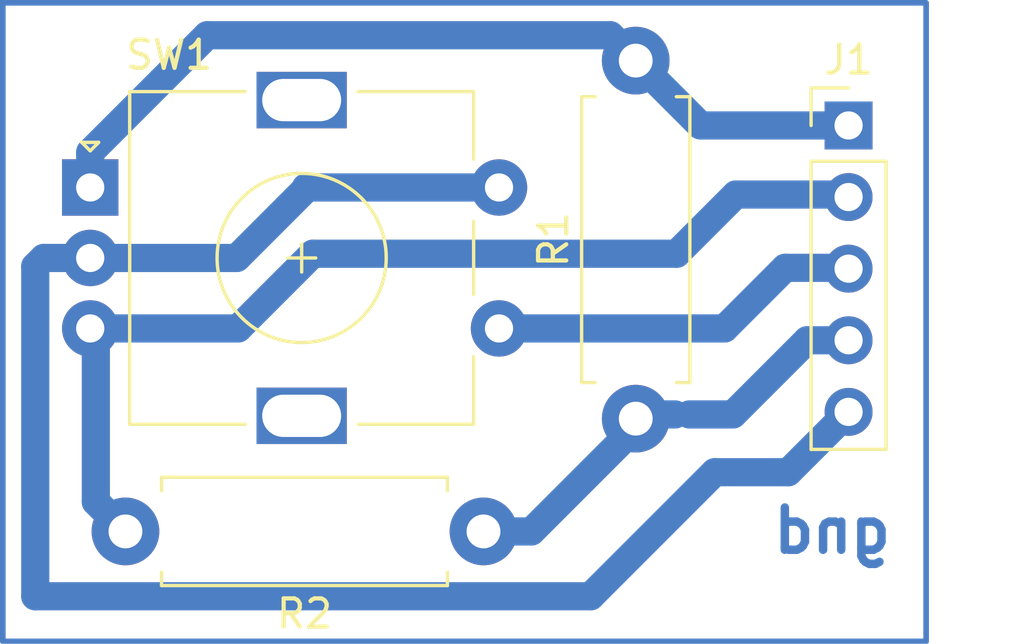
<source format=kicad_pcb>
(kicad_pcb (version 20221018) (generator pcbnew)
  (layers (0 "F.Cu" signal) (31 "B.Cu" signal) (34 "B.Paste" user) (35 "F.Paste" user) (36 "B.SilkS" user "B.Silkscreen") (37 "F.SilkS" user "F.Silkscreen") (38 "B.Mask" user) (39 "F.Mask" user) (44 "Edge.Cuts" user))
  (net 0 "")
  (net 1 "/VCC")
  (net 2 "/CLK")
  (net 3 "/DT")
  (net 4 "/SW")
  (net 5 "/GND")
  (footprint "Rotary_Encoder:RotaryEncoder_Alps_EC11E-Switch_Vertical_H20mm" (layer "F.Cu") (at 143.35 58.1)
    (fp_text reference "SW1" (at 2.8 -4.7) (layer "F.SilkS"))
    (fp_text value "RotaryEncoder_Switch")
    (fp_line (start -0.3 -1.6) (end 0.3 -1.6) (stroke (width 0.12)) (layer "F.SilkS"))
    (fp_line (start 0 -1.3) (end -0.3 -1.6) (stroke (width 0.12)) (layer "F.SilkS"))
    (fp_line (start 0.3 -1.6) (end 0 -1.3) (stroke (width 0.12)) (layer "F.SilkS"))
    (fp_line (start 1.4 -3.4) (end 1.4 8.4) (stroke (width 0.12)) (layer "F.SilkS"))
    (fp_line (start 5.5 -3.4) (end 1.4 -3.4) (stroke (width 0.12)) (layer "F.SilkS"))
    (fp_line (start 5.5 8.4) (end 1.4 8.4) (stroke (width 0.12)) (layer "F.SilkS"))
    (fp_line (start 7 2.5) (end 8 2.5) (stroke (width 0.12)) (layer "F.SilkS"))
    (fp_line (start 7.5 2) (end 7.5 3) (stroke (width 0.12)) (layer "F.SilkS"))
    (fp_line (start 9.5 -3.4) (end 13.6 -3.4) (stroke (width 0.12)) (layer "F.SilkS"))
    (fp_line (start 13.6 -3.4) (end 13.6 -1) (stroke (width 0.12)) (layer "F.SilkS"))
    (fp_line (start 13.6 1.2) (end 13.6 3.8) (stroke (width 0.12)) (layer "F.SilkS"))
    (fp_line (start 13.6 6) (end 13.6 8.4) (stroke (width 0.12)) (layer "F.SilkS"))
    (fp_line (start 13.6 8.4) (end 9.5 8.4) (stroke (width 0.12)) (layer "F.SilkS"))
    (fp_circle (center 7.5 2.5) (end 10.5 2.5) (stroke (width 0.12)) (fill none) (layer "F.SilkS"))
    (pad "A" thru_hole rect (at 0 0) (size 2 2) (drill 1) (layers "*.Cu" "*.Mask") (net 2 "/CLK"))
    (pad "B" thru_hole circle (at 0 5) (size 2 2) (drill 1) (layers "*.Cu" "*.Mask") (net 3 "/DT"))
    (pad "C" thru_hole circle (at 0 2.5) (size 2 2) (drill 1) (layers "*.Cu" "*.Mask") (net 5 "/GND"))
    (pad "MP" thru_hole rect (at 7.5 -3.1) (size 3.2 2) (drill oval 2.8 1.5) (layers "*.Cu" "*.Mask"))
    (pad "MP" thru_hole rect (at 7.5 8.1) (size 3.2 2) (drill oval 2.8 1.5) (layers "*.Cu" "*.Mask"))
    (pad "S1" thru_hole circle (at 14.5 5) (size 2 2) (drill 1) (layers "*.Cu" "*.Mask") (net 4 "/SW"))
    (pad "S2" thru_hole circle (at 14.5 0) (size 2 2) (drill 1) (layers "*.Cu" "*.Mask") (net 5 "/GND"))
  )
  (footprint "Resistor_THT:R_Axial_DIN0411_L9.9mm_D3.6mm_P12.70mm_Horizontal" (layer "F.Cu") (at 157.3 70.3 180)
    (fp_text reference "R2" (at 6.35 -2.92) (layer "F.SilkS"))
    (fp_text value "R")
    (fp_line (start 1.28 -1.92) (end 11.42 -1.92) (stroke (width 0.12)) (layer "F.SilkS"))
    (fp_line (start 1.28 -1.44) (end 1.28 -1.92) (stroke (width 0.12)) (layer "F.SilkS"))
    (fp_line (start 1.28 1.44) (end 1.28 1.92) (stroke (width 0.12)) (layer "F.SilkS"))
    (fp_line (start 1.28 1.92) (end 11.42 1.92) (stroke (width 0.12)) (layer "F.SilkS"))
    (fp_line (start 11.42 -1.92) (end 11.42 -1.44) (stroke (width 0.12)) (layer "F.SilkS"))
    (fp_line (start 11.42 1.92) (end 11.42 1.44) (stroke (width 0.12)) (layer "F.SilkS"))
    (pad "1" thru_hole circle (at 0 0 180) (size 2.4 2.4) (drill 1.2) (layers "*.Cu" "*.Mask") (net 1 "/VCC"))
    (pad "2" thru_hole oval (at 12.7 0 180) (size 2.4 2.4) (drill 1.2) (layers "*.Cu" "*.Mask") (net 3 "/DT"))
  )
  (footprint "Resistor_THT:R_Axial_DIN0411_L9.9mm_D3.6mm_P12.70mm_Horizontal" (layer "F.Cu") (at 162.7 66.3 90)
    (fp_text reference "R1" (at 6.35 -2.92 90) (layer "F.SilkS"))
    (fp_text value "R")
    (fp_line (start 1.28 -1.92) (end 11.42 -1.92) (stroke (width 0.12)) (layer "F.SilkS"))
    (fp_line (start 1.28 -1.44) (end 1.28 -1.92) (stroke (width 0.12)) (layer "F.SilkS"))
    (fp_line (start 1.28 1.44) (end 1.28 1.92) (stroke (width 0.12)) (layer "F.SilkS"))
    (fp_line (start 1.28 1.92) (end 11.42 1.92) (stroke (width 0.12)) (layer "F.SilkS"))
    (fp_line (start 11.42 -1.92) (end 11.42 -1.44) (stroke (width 0.12)) (layer "F.SilkS"))
    (fp_line (start 11.42 1.92) (end 11.42 1.44) (stroke (width 0.12)) (layer "F.SilkS"))
    (pad "1" thru_hole circle (at 0 0 90) (size 2.4 2.4) (drill 1.2) (layers "*.Cu" "*.Mask") (net 1 "/VCC"))
    (pad "2" thru_hole oval (at 12.7 0 90) (size 2.4 2.4) (drill 1.2) (layers "*.Cu" "*.Mask") (net 2 "/CLK"))
  )
  (footprint "Connector_PinHeader_2.54mm:PinHeader_1x05_P2.54mm_Vertical" (layer "F.Cu") (at 170.25 55.9)
    (fp_text reference "J1" (at 0 -2.33) (layer "F.SilkS"))
    (fp_text value "Conn_01x05_Pin")
    (fp_line (start -1.33 -1.33) (end 0 -1.33) (stroke (width 0.12)) (layer "F.SilkS"))
    (fp_line (start -1.33 0) (end -1.33 -1.33) (stroke (width 0.12)) (layer "F.SilkS"))
    (fp_line (start -1.33 1.27) (end -1.33 11.49) (stroke (width 0.12)) (layer "F.SilkS"))
    (fp_line (start -1.33 1.27) (end 1.33 1.27) (stroke (width 0.12)) (layer "F.SilkS"))
    (fp_line (start -1.33 11.49) (end 1.33 11.49) (stroke (width 0.12)) (layer "F.SilkS"))
    (fp_line (start 1.33 1.27) (end 1.33 11.49) (stroke (width 0.12)) (layer "F.SilkS"))
    (pad "1" thru_hole rect (at 0 0) (size 1.7 1.7) (drill 1) (layers "*.Cu" "*.Mask") (net 2 "/CLK"))
    (pad "2" thru_hole oval (at 0 2.54) (size 1.7 1.7) (drill 1) (layers "*.Cu" "*.Mask") (net 3 "/DT"))
    (pad "3" thru_hole oval (at 0 5.08) (size 1.7 1.7) (drill 1) (layers "*.Cu" "*.Mask") (net 4 "/SW"))
    (pad "4" thru_hole oval (at 0 7.62) (size 1.7 1.7) (drill 1) (layers "*.Cu" "*.Mask") (net 1 "/VCC"))
    (pad "5" thru_hole oval (at 0 10.16) (size 1.7 1.7) (drill 1) (layers "*.Cu" "*.Mask") (net 5 "/GND"))
  )
  (gr_rect (start 140.25 51.55) (end 173 74.2) (stroke (width 0.2)) (fill none) (layer "B.Cu"))
  (gr_text "gnd" (at 171.9 71.15) (layer "B.Cu") (effects (font (size 1.5 1.5) (thickness 0.3) bold) (justify left bottom mirror)))
  (segment (start 164.597056 66.15) (end 166.15 66.15) (width 1) (layer "B.Cu") (net 1))
  (segment (start 163.15 66.15) (end 164.1 66.15) (width 1) (layer "B.Cu") (net 1))
  (segment (start 159 70.3) (end 163.15 66.15) (width 1) (layer "B.Cu") (net 1))
  (segment (start 157.3 70.3) (end 159 70.3) (width 1) (layer "B.Cu") (net 1))
  (segment (start 166.15 66.15) (end 168.78 63.52) (width 1) (layer "B.Cu") (net 1))
  (segment (start 168.78 63.52) (end 170.25 63.52) (width 1) (layer "B.Cu") (net 1))
  (segment (start 143.35 56.85) (end 147.5 52.7) (width 1) (layer "B.Cu") (net 2))
  (segment (start 143.35 58.1) (end 143.35 56.85) (width 1) (layer "B.Cu") (net 2))
  (segment (start 165 55.9) (end 170.25 55.9) (width 1) (layer "B.Cu") (net 2))
  (segment (start 147.5 52.7) (end 161.8 52.7) (width 1) (layer "B.Cu") (net 2))
  (segment (start 161.8 52.7) (end 162.7 53.6) (width 1) (layer "B.Cu") (net 2))
  (segment (start 162.7 53.6) (end 165 55.9) (width 1) (layer "B.Cu") (net 2))
  (segment (start 166.25 58.35) (end 170.16 58.35) (width 1) (layer "B.Cu") (net 3))
  (segment (start 143.35 63.1) (end 148.597056 63.1) (width 1) (layer "B.Cu") (net 3))
  (segment (start 144.6 70.3) (end 143.55 69.25) (width 1) (layer "B.Cu") (net 3))
  (segment (start 148.597056 63.1) (end 151.247056 60.45) (width 1) (layer "B.Cu") (net 3))
  (segment (start 143.55 69.25) (end 143.55 63.3) (width 1) (layer "B.Cu") (net 3))
  (segment (start 151.247056 60.45) (end 164.15 60.45) (width 1) (layer "B.Cu") (net 3))
  (segment (start 164.15 60.45) (end 166.25 58.35) (width 1) (layer "B.Cu") (net 3))
  (segment (start 170.16 58.35) (end 170.25 58.44) (width 1) (layer "B.Cu") (net 3))
  (segment (start 143.55 63.3) (end 143.35 63.1) (width 1) (layer "B.Cu") (net 3))
  (segment (start 168 60.95) (end 170.22 60.95) (width 1) (layer "B.Cu") (net 4))
  (segment (start 165.85 63.1) (end 168 60.95) (width 1) (layer "B.Cu") (net 4))
  (segment (start 170.22 60.95) (end 170.25 60.98) (width 1) (layer "B.Cu") (net 4))
  (segment (start 157.85 63.1) (end 165.85 63.1) (width 1) (layer "B.Cu") (net 4))
  (segment (start 161.1 72.6) (end 165.5 68.2) (width 1) (layer "B.Cu") (net 5))
  (segment (start 141.7 60.6) (end 141.4 60.9) (width 1) (layer "B.Cu") (net 5))
  (segment (start 141.4 72.6) (end 161.1 72.6) (width 1) (layer "B.Cu") (net 5))
  (segment (start 157.85 58.1) (end 151 58.1) (width 1) (layer "B.Cu") (net 5))
  (segment (start 151 58.15) (end 148.55 60.6) (width 1) (layer "B.Cu") (net 5))
  (segment (start 141.4 60.9) (end 141.4 72.6) (width 1) (layer "B.Cu") (net 5))
  (segment (start 165.5 68.2) (end 168.11 68.2) (width 1) (layer "B.Cu") (net 5))
  (segment (start 143.35 60.6) (end 141.7 60.6) (width 1) (layer "B.Cu") (net 5))
  (segment (start 168.11 68.2) (end 170.25 66.06) (width 1) (layer "B.Cu") (net 5))
  (segment (start 151 58.1) (end 151 58.15) (width 1) (layer "B.Cu") (net 5))
  (segment (start 148.55 60.6) (end 143.35 60.6) (width 1) (layer "B.Cu") (net 5))
)
</source>
